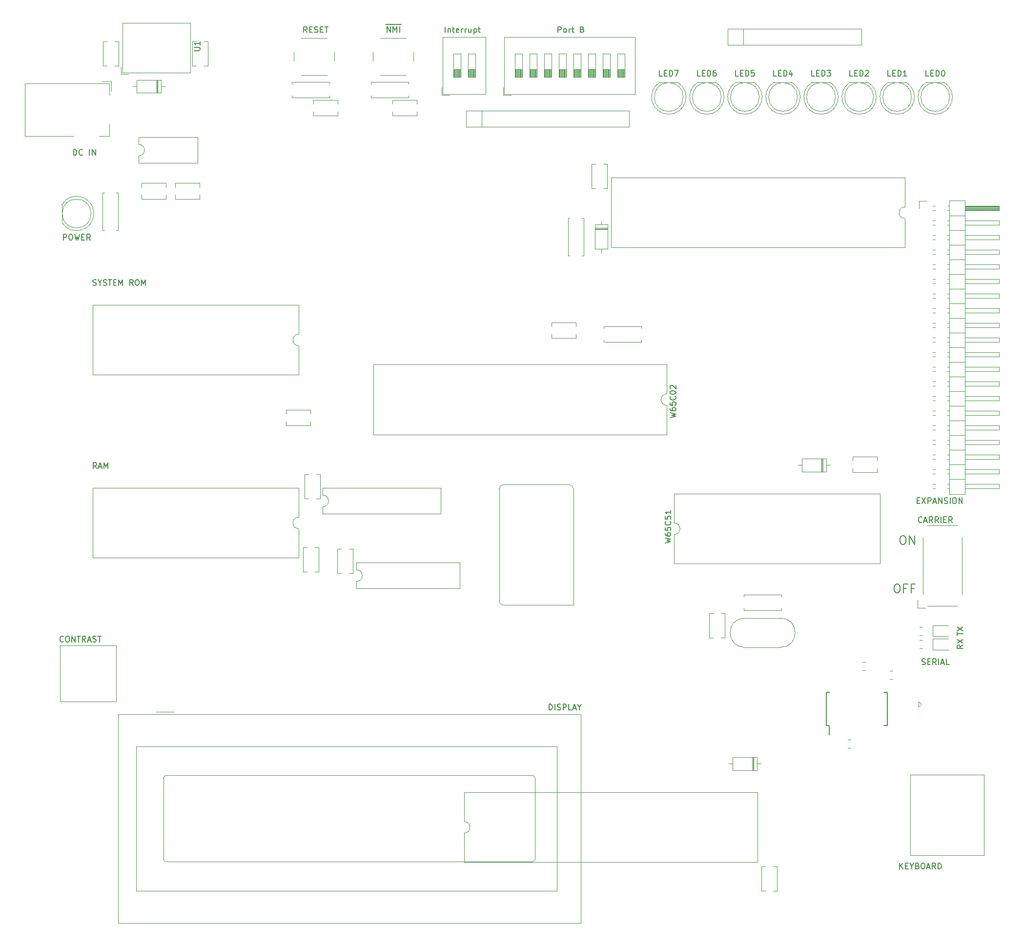
<source format=gbr>
G04 #@! TF.GenerationSoftware,KiCad,Pcbnew,(5.1.4)-1*
G04 #@! TF.CreationDate,2019-10-18T22:13:44+02:00*
G04 #@! TF.ProjectId,Retro PC,52657472-6f20-4504-932e-6b696361645f,1.0*
G04 #@! TF.SameCoordinates,Original*
G04 #@! TF.FileFunction,Legend,Top*
G04 #@! TF.FilePolarity,Positive*
%FSLAX46Y46*%
G04 Gerber Fmt 4.6, Leading zero omitted, Abs format (unit mm)*
G04 Created by KiCad (PCBNEW (5.1.4)-1) date 2019-10-18 22:13:44*
%MOMM*%
%LPD*%
G04 APERTURE LIST*
%ADD10C,0.150000*%
%ADD11C,0.120000*%
G04 APERTURE END LIST*
D10*
X284702428Y-149470571D02*
X284988142Y-149470571D01*
X285131000Y-149542000D01*
X285273857Y-149684857D01*
X285345285Y-149970571D01*
X285345285Y-150470571D01*
X285273857Y-150756285D01*
X285131000Y-150899142D01*
X284988142Y-150970571D01*
X284702428Y-150970571D01*
X284559571Y-150899142D01*
X284416714Y-150756285D01*
X284345285Y-150470571D01*
X284345285Y-149970571D01*
X284416714Y-149684857D01*
X284559571Y-149542000D01*
X284702428Y-149470571D01*
X286488142Y-150184857D02*
X285988142Y-150184857D01*
X285988142Y-150970571D02*
X285988142Y-149470571D01*
X286702428Y-149470571D01*
X287773857Y-150184857D02*
X287273857Y-150184857D01*
X287273857Y-150970571D02*
X287273857Y-149470571D01*
X287988142Y-149470571D01*
X285710428Y-141088571D02*
X285996142Y-141088571D01*
X286139000Y-141160000D01*
X286281857Y-141302857D01*
X286353285Y-141588571D01*
X286353285Y-142088571D01*
X286281857Y-142374285D01*
X286139000Y-142517142D01*
X285996142Y-142588571D01*
X285710428Y-142588571D01*
X285567571Y-142517142D01*
X285424714Y-142374285D01*
X285353285Y-142088571D01*
X285353285Y-141588571D01*
X285424714Y-141302857D01*
X285567571Y-141160000D01*
X285710428Y-141088571D01*
X286996142Y-142588571D02*
X286996142Y-141088571D01*
X287853285Y-142588571D01*
X287853285Y-141088571D01*
D11*
X288415000Y-153592000D02*
X288415000Y-152292000D01*
X289715000Y-153592000D02*
X288415000Y-153592000D01*
X296065000Y-141342000D02*
X296065000Y-151242000D01*
X289365000Y-151242000D02*
X289365000Y-141342000D01*
X295315000Y-153292000D02*
X290115000Y-153292000D01*
X290115000Y-139292000D02*
X295315000Y-139292000D01*
X152861000Y-202676000D02*
X152861000Y-177676000D01*
X225861000Y-202676000D02*
X152861000Y-202676000D01*
X225861000Y-177676000D02*
X225861000Y-202676000D01*
X152861000Y-177676000D02*
X225861000Y-177676000D01*
X158061660Y-182674460D02*
G75*
G03X157561280Y-183174840I0J-500380D01*
G01*
X157561280Y-197175320D02*
G75*
G03X158061660Y-197675700I500380J0D01*
G01*
X221561660Y-197675700D02*
G75*
G03X222062040Y-197175320I0J500380D01*
G01*
X222061000Y-183176000D02*
G75*
G03X221561000Y-182676000I-500000J0D01*
G01*
X222061000Y-183176000D02*
X222061000Y-197176000D01*
X221561660Y-197676000D02*
X158061000Y-197676000D01*
X157561280Y-197175320D02*
X157561280Y-183176000D01*
X158061000Y-182676000D02*
X221561000Y-182676000D01*
X156361000Y-171676000D02*
X159361000Y-171676000D01*
X149731000Y-172036000D02*
X150521000Y-172036000D01*
X149721000Y-172036000D02*
X149721000Y-208316000D01*
X230001000Y-172036000D02*
X150521000Y-172036000D01*
X230001000Y-208316000D02*
X230001000Y-172036000D01*
X149721000Y-208316000D02*
X230001000Y-208316000D01*
X139626000Y-160139000D02*
X149396000Y-160139000D01*
X139626000Y-169909000D02*
X149396000Y-169909000D01*
X139626000Y-160139000D02*
X139626000Y-169909000D01*
X149396000Y-160139000D02*
X149396000Y-169909000D01*
X287135000Y-182562000D02*
X287135000Y-196562000D01*
X299875000Y-182562000D02*
X299875000Y-196562000D01*
X299875000Y-182562000D02*
X287135000Y-182562000D01*
X299875000Y-196562000D02*
X287135000Y-196562000D01*
X289042600Y-170332600D02*
X288542600Y-169832600D01*
X288542600Y-169832600D02*
X288542600Y-170832600D01*
X288542600Y-170832600D02*
X289042600Y-170332600D01*
X148218400Y-62557800D02*
X148218400Y-64657800D01*
X148518400Y-62257800D02*
X146918400Y-62257800D01*
X148518400Y-63957800D02*
X148518400Y-62257800D01*
X148218400Y-71757800D02*
X146418400Y-71757800D01*
X148218400Y-69657800D02*
X148218400Y-71757800D01*
X133518400Y-62557800D02*
X148218400Y-62557800D01*
X133518400Y-71757800D02*
X133518400Y-62557800D01*
X142018400Y-71757800D02*
X133518400Y-71757800D01*
X181035000Y-113172000D02*
X181035000Y-108112000D01*
X145355000Y-113172000D02*
X181035000Y-113172000D01*
X145355000Y-101052000D02*
X145355000Y-113172000D01*
X181035000Y-101052000D02*
X145355000Y-101052000D01*
X181035000Y-106112000D02*
X181035000Y-101052000D01*
X181035000Y-108112000D02*
G75*
G02X181035000Y-106112000I0J1000000D01*
G01*
X181035000Y-144922000D02*
X181035000Y-139862000D01*
X145355000Y-144922000D02*
X181035000Y-144922000D01*
X145355000Y-132802000D02*
X145355000Y-144922000D01*
X181035000Y-132802000D02*
X145355000Y-132802000D01*
X181035000Y-137862000D02*
X181035000Y-132802000D01*
X181035000Y-139862000D02*
G75*
G02X181035000Y-137862000I0J1000000D01*
G01*
X185233000Y-132802000D02*
X185233000Y-134052000D01*
X205673000Y-132802000D02*
X185233000Y-132802000D01*
X205673000Y-137302000D02*
X205673000Y-132802000D01*
X185233000Y-137302000D02*
X205673000Y-137302000D01*
X185233000Y-136052000D02*
X185233000Y-137302000D01*
X185233000Y-134052000D02*
G75*
G02X185233000Y-136052000I0J-1000000D01*
G01*
X288671000Y-82982000D02*
X289941000Y-82982000D01*
X288671000Y-84252000D02*
X288671000Y-82982000D01*
X290983929Y-132892000D02*
X291438071Y-132892000D01*
X290983929Y-132132000D02*
X291438071Y-132132000D01*
X293523929Y-132892000D02*
X293921000Y-132892000D01*
X293523929Y-132132000D02*
X293921000Y-132132000D01*
X302581000Y-132892000D02*
X296581000Y-132892000D01*
X302581000Y-132132000D02*
X302581000Y-132892000D01*
X296581000Y-132132000D02*
X302581000Y-132132000D01*
X293921000Y-131242000D02*
X296581000Y-131242000D01*
X290983929Y-130352000D02*
X291438071Y-130352000D01*
X290983929Y-129592000D02*
X291438071Y-129592000D01*
X293523929Y-130352000D02*
X293921000Y-130352000D01*
X293523929Y-129592000D02*
X293921000Y-129592000D01*
X302581000Y-130352000D02*
X296581000Y-130352000D01*
X302581000Y-129592000D02*
X302581000Y-130352000D01*
X296581000Y-129592000D02*
X302581000Y-129592000D01*
X293921000Y-128702000D02*
X296581000Y-128702000D01*
X290983929Y-127812000D02*
X291438071Y-127812000D01*
X290983929Y-127052000D02*
X291438071Y-127052000D01*
X293523929Y-127812000D02*
X293921000Y-127812000D01*
X293523929Y-127052000D02*
X293921000Y-127052000D01*
X302581000Y-127812000D02*
X296581000Y-127812000D01*
X302581000Y-127052000D02*
X302581000Y-127812000D01*
X296581000Y-127052000D02*
X302581000Y-127052000D01*
X293921000Y-126162000D02*
X296581000Y-126162000D01*
X290983929Y-125272000D02*
X291438071Y-125272000D01*
X290983929Y-124512000D02*
X291438071Y-124512000D01*
X293523929Y-125272000D02*
X293921000Y-125272000D01*
X293523929Y-124512000D02*
X293921000Y-124512000D01*
X302581000Y-125272000D02*
X296581000Y-125272000D01*
X302581000Y-124512000D02*
X302581000Y-125272000D01*
X296581000Y-124512000D02*
X302581000Y-124512000D01*
X293921000Y-123622000D02*
X296581000Y-123622000D01*
X290983929Y-122732000D02*
X291438071Y-122732000D01*
X290983929Y-121972000D02*
X291438071Y-121972000D01*
X293523929Y-122732000D02*
X293921000Y-122732000D01*
X293523929Y-121972000D02*
X293921000Y-121972000D01*
X302581000Y-122732000D02*
X296581000Y-122732000D01*
X302581000Y-121972000D02*
X302581000Y-122732000D01*
X296581000Y-121972000D02*
X302581000Y-121972000D01*
X293921000Y-121082000D02*
X296581000Y-121082000D01*
X290983929Y-120192000D02*
X291438071Y-120192000D01*
X290983929Y-119432000D02*
X291438071Y-119432000D01*
X293523929Y-120192000D02*
X293921000Y-120192000D01*
X293523929Y-119432000D02*
X293921000Y-119432000D01*
X302581000Y-120192000D02*
X296581000Y-120192000D01*
X302581000Y-119432000D02*
X302581000Y-120192000D01*
X296581000Y-119432000D02*
X302581000Y-119432000D01*
X293921000Y-118542000D02*
X296581000Y-118542000D01*
X290983929Y-117652000D02*
X291438071Y-117652000D01*
X290983929Y-116892000D02*
X291438071Y-116892000D01*
X293523929Y-117652000D02*
X293921000Y-117652000D01*
X293523929Y-116892000D02*
X293921000Y-116892000D01*
X302581000Y-117652000D02*
X296581000Y-117652000D01*
X302581000Y-116892000D02*
X302581000Y-117652000D01*
X296581000Y-116892000D02*
X302581000Y-116892000D01*
X293921000Y-116002000D02*
X296581000Y-116002000D01*
X290983929Y-115112000D02*
X291438071Y-115112000D01*
X290983929Y-114352000D02*
X291438071Y-114352000D01*
X293523929Y-115112000D02*
X293921000Y-115112000D01*
X293523929Y-114352000D02*
X293921000Y-114352000D01*
X302581000Y-115112000D02*
X296581000Y-115112000D01*
X302581000Y-114352000D02*
X302581000Y-115112000D01*
X296581000Y-114352000D02*
X302581000Y-114352000D01*
X293921000Y-113462000D02*
X296581000Y-113462000D01*
X290983929Y-112572000D02*
X291438071Y-112572000D01*
X290983929Y-111812000D02*
X291438071Y-111812000D01*
X293523929Y-112572000D02*
X293921000Y-112572000D01*
X293523929Y-111812000D02*
X293921000Y-111812000D01*
X302581000Y-112572000D02*
X296581000Y-112572000D01*
X302581000Y-111812000D02*
X302581000Y-112572000D01*
X296581000Y-111812000D02*
X302581000Y-111812000D01*
X293921000Y-110922000D02*
X296581000Y-110922000D01*
X290983929Y-110032000D02*
X291438071Y-110032000D01*
X290983929Y-109272000D02*
X291438071Y-109272000D01*
X293523929Y-110032000D02*
X293921000Y-110032000D01*
X293523929Y-109272000D02*
X293921000Y-109272000D01*
X302581000Y-110032000D02*
X296581000Y-110032000D01*
X302581000Y-109272000D02*
X302581000Y-110032000D01*
X296581000Y-109272000D02*
X302581000Y-109272000D01*
X293921000Y-108382000D02*
X296581000Y-108382000D01*
X290983929Y-107492000D02*
X291438071Y-107492000D01*
X290983929Y-106732000D02*
X291438071Y-106732000D01*
X293523929Y-107492000D02*
X293921000Y-107492000D01*
X293523929Y-106732000D02*
X293921000Y-106732000D01*
X302581000Y-107492000D02*
X296581000Y-107492000D01*
X302581000Y-106732000D02*
X302581000Y-107492000D01*
X296581000Y-106732000D02*
X302581000Y-106732000D01*
X293921000Y-105842000D02*
X296581000Y-105842000D01*
X290983929Y-104952000D02*
X291438071Y-104952000D01*
X290983929Y-104192000D02*
X291438071Y-104192000D01*
X293523929Y-104952000D02*
X293921000Y-104952000D01*
X293523929Y-104192000D02*
X293921000Y-104192000D01*
X302581000Y-104952000D02*
X296581000Y-104952000D01*
X302581000Y-104192000D02*
X302581000Y-104952000D01*
X296581000Y-104192000D02*
X302581000Y-104192000D01*
X293921000Y-103302000D02*
X296581000Y-103302000D01*
X290983929Y-102412000D02*
X291438071Y-102412000D01*
X290983929Y-101652000D02*
X291438071Y-101652000D01*
X293523929Y-102412000D02*
X293921000Y-102412000D01*
X293523929Y-101652000D02*
X293921000Y-101652000D01*
X302581000Y-102412000D02*
X296581000Y-102412000D01*
X302581000Y-101652000D02*
X302581000Y-102412000D01*
X296581000Y-101652000D02*
X302581000Y-101652000D01*
X293921000Y-100762000D02*
X296581000Y-100762000D01*
X290983929Y-99872000D02*
X291438071Y-99872000D01*
X290983929Y-99112000D02*
X291438071Y-99112000D01*
X293523929Y-99872000D02*
X293921000Y-99872000D01*
X293523929Y-99112000D02*
X293921000Y-99112000D01*
X302581000Y-99872000D02*
X296581000Y-99872000D01*
X302581000Y-99112000D02*
X302581000Y-99872000D01*
X296581000Y-99112000D02*
X302581000Y-99112000D01*
X293921000Y-98222000D02*
X296581000Y-98222000D01*
X290983929Y-97332000D02*
X291438071Y-97332000D01*
X290983929Y-96572000D02*
X291438071Y-96572000D01*
X293523929Y-97332000D02*
X293921000Y-97332000D01*
X293523929Y-96572000D02*
X293921000Y-96572000D01*
X302581000Y-97332000D02*
X296581000Y-97332000D01*
X302581000Y-96572000D02*
X302581000Y-97332000D01*
X296581000Y-96572000D02*
X302581000Y-96572000D01*
X293921000Y-95682000D02*
X296581000Y-95682000D01*
X290983929Y-94792000D02*
X291438071Y-94792000D01*
X290983929Y-94032000D02*
X291438071Y-94032000D01*
X293523929Y-94792000D02*
X293921000Y-94792000D01*
X293523929Y-94032000D02*
X293921000Y-94032000D01*
X302581000Y-94792000D02*
X296581000Y-94792000D01*
X302581000Y-94032000D02*
X302581000Y-94792000D01*
X296581000Y-94032000D02*
X302581000Y-94032000D01*
X293921000Y-93142000D02*
X296581000Y-93142000D01*
X290983929Y-92252000D02*
X291438071Y-92252000D01*
X290983929Y-91492000D02*
X291438071Y-91492000D01*
X293523929Y-92252000D02*
X293921000Y-92252000D01*
X293523929Y-91492000D02*
X293921000Y-91492000D01*
X302581000Y-92252000D02*
X296581000Y-92252000D01*
X302581000Y-91492000D02*
X302581000Y-92252000D01*
X296581000Y-91492000D02*
X302581000Y-91492000D01*
X293921000Y-90602000D02*
X296581000Y-90602000D01*
X290983929Y-89712000D02*
X291438071Y-89712000D01*
X290983929Y-88952000D02*
X291438071Y-88952000D01*
X293523929Y-89712000D02*
X293921000Y-89712000D01*
X293523929Y-88952000D02*
X293921000Y-88952000D01*
X302581000Y-89712000D02*
X296581000Y-89712000D01*
X302581000Y-88952000D02*
X302581000Y-89712000D01*
X296581000Y-88952000D02*
X302581000Y-88952000D01*
X293921000Y-88062000D02*
X296581000Y-88062000D01*
X290983929Y-87172000D02*
X291438071Y-87172000D01*
X290983929Y-86412000D02*
X291438071Y-86412000D01*
X293523929Y-87172000D02*
X293921000Y-87172000D01*
X293523929Y-86412000D02*
X293921000Y-86412000D01*
X302581000Y-87172000D02*
X296581000Y-87172000D01*
X302581000Y-86412000D02*
X302581000Y-87172000D01*
X296581000Y-86412000D02*
X302581000Y-86412000D01*
X293921000Y-85522000D02*
X296581000Y-85522000D01*
X291051000Y-84632000D02*
X291438071Y-84632000D01*
X291051000Y-83872000D02*
X291438071Y-83872000D01*
X293523929Y-84632000D02*
X293921000Y-84632000D01*
X293523929Y-83872000D02*
X293921000Y-83872000D01*
X296581000Y-84532000D02*
X302581000Y-84532000D01*
X296581000Y-84412000D02*
X302581000Y-84412000D01*
X296581000Y-84292000D02*
X302581000Y-84292000D01*
X296581000Y-84172000D02*
X302581000Y-84172000D01*
X296581000Y-84052000D02*
X302581000Y-84052000D01*
X296581000Y-83932000D02*
X302581000Y-83932000D01*
X302581000Y-84632000D02*
X296581000Y-84632000D01*
X302581000Y-83872000D02*
X302581000Y-84632000D01*
X296581000Y-83872000D02*
X302581000Y-83872000D01*
X296581000Y-82922000D02*
X293921000Y-82922000D01*
X296581000Y-133842000D02*
X296581000Y-82922000D01*
X293921000Y-133842000D02*
X296581000Y-133842000D01*
X293921000Y-82922000D02*
X293921000Y-133842000D01*
D10*
X273109400Y-174046800D02*
X273109400Y-175646800D01*
X283184400Y-174046800D02*
X283184400Y-168296800D01*
X272534400Y-174046800D02*
X272534400Y-168296800D01*
X283184400Y-174046800D02*
X282534400Y-174046800D01*
X283184400Y-168296800D02*
X282534400Y-168296800D01*
X272534400Y-168296800D02*
X273184400Y-168296800D01*
X272534400Y-174046800D02*
X273109400Y-174046800D01*
D11*
X276259702Y-177927000D02*
X276776858Y-177927000D01*
X276259702Y-176507000D02*
X276776858Y-176507000D01*
X279379578Y-163042000D02*
X278862422Y-163042000D01*
X279379578Y-164462000D02*
X278862422Y-164462000D01*
X244910000Y-123522500D02*
X244910000Y-118462500D01*
X193990000Y-123522500D02*
X244910000Y-123522500D01*
X193990000Y-111402500D02*
X193990000Y-123522500D01*
X244910000Y-111402500D02*
X193990000Y-111402500D01*
X244910000Y-116462500D02*
X244910000Y-111402500D01*
X244910000Y-118462500D02*
G75*
G02X244910000Y-116462500I0J1000000D01*
G01*
X209744000Y-185634000D02*
X209744000Y-190694000D01*
X260664000Y-185634000D02*
X209744000Y-185634000D01*
X260664000Y-197754000D02*
X260664000Y-185634000D01*
X209744000Y-197754000D02*
X260664000Y-197754000D01*
X209744000Y-192694000D02*
X209744000Y-197754000D01*
X209744000Y-190694000D02*
G75*
G02X209744000Y-192694000I0J-1000000D01*
G01*
X261971000Y-202684000D02*
X261266000Y-202684000D01*
X264006000Y-202684000D02*
X263301000Y-202684000D01*
X261971000Y-198444000D02*
X261266000Y-198444000D01*
X264006000Y-198444000D02*
X263301000Y-198444000D01*
X261266000Y-198444000D02*
X261266000Y-202684000D01*
X264006000Y-198444000D02*
X264006000Y-202684000D01*
X197302700Y-66188000D02*
X197302700Y-65483000D01*
X197302700Y-68223000D02*
X197302700Y-67518000D01*
X201542700Y-66188000D02*
X201542700Y-65483000D01*
X201542700Y-68223000D02*
X201542700Y-67518000D01*
X201542700Y-65483000D02*
X197302700Y-65483000D01*
X201542700Y-68223000D02*
X197302700Y-68223000D01*
X157979600Y-81932500D02*
X157979600Y-82637500D01*
X157979600Y-79897500D02*
X157979600Y-80602500D01*
X153739600Y-81932500D02*
X153739600Y-82637500D01*
X153739600Y-79897500D02*
X153739600Y-80602500D01*
X153739600Y-82637500D02*
X157979600Y-82637500D01*
X153739600Y-79897500D02*
X157979600Y-79897500D01*
X163821600Y-81932500D02*
X163821600Y-82637500D01*
X163821600Y-79897500D02*
X163821600Y-80602500D01*
X159581600Y-81932500D02*
X159581600Y-82637500D01*
X159581600Y-79897500D02*
X159581600Y-80602500D01*
X159581600Y-82637500D02*
X163821600Y-82637500D01*
X159581600Y-79897500D02*
X163821600Y-79897500D01*
X183574000Y-66188000D02*
X183574000Y-65483000D01*
X183574000Y-68223000D02*
X183574000Y-67518000D01*
X187814000Y-66188000D02*
X187814000Y-65483000D01*
X187814000Y-68223000D02*
X187814000Y-67518000D01*
X187814000Y-65483000D02*
X183574000Y-65483000D01*
X187814000Y-68223000D02*
X183574000Y-68223000D01*
X164622000Y-55304000D02*
X165327000Y-55304000D01*
X162587000Y-55304000D02*
X163292000Y-55304000D01*
X164622000Y-59544000D02*
X165327000Y-59544000D01*
X162587000Y-59544000D02*
X163292000Y-59544000D01*
X165327000Y-59544000D02*
X165327000Y-55304000D01*
X162587000Y-59544000D02*
X162587000Y-55304000D01*
X254284000Y-154542000D02*
X254989000Y-154542000D01*
X252249000Y-154542000D02*
X252954000Y-154542000D01*
X254284000Y-158782000D02*
X254989000Y-158782000D01*
X252249000Y-158782000D02*
X252954000Y-158782000D01*
X254989000Y-158782000D02*
X254989000Y-154542000D01*
X252249000Y-158782000D02*
X252249000Y-154542000D01*
X232557800Y-80764000D02*
X231852800Y-80764000D01*
X234592800Y-80764000D02*
X233887800Y-80764000D01*
X232557800Y-76524000D02*
X231852800Y-76524000D01*
X234592800Y-76524000D02*
X233887800Y-76524000D01*
X231852800Y-76524000D02*
X231852800Y-80764000D01*
X234592800Y-76524000D02*
X234592800Y-80764000D01*
X277173000Y-128037000D02*
X277173000Y-127332000D01*
X277173000Y-130072000D02*
X277173000Y-129367000D01*
X281413000Y-128037000D02*
X281413000Y-127332000D01*
X281413000Y-130072000D02*
X281413000Y-129367000D01*
X281413000Y-127332000D02*
X277173000Y-127332000D01*
X281413000Y-130072000D02*
X277173000Y-130072000D01*
X183824400Y-143112000D02*
X184529400Y-143112000D01*
X181789400Y-143112000D02*
X182494400Y-143112000D01*
X183824400Y-147352000D02*
X184529400Y-147352000D01*
X181789400Y-147352000D02*
X182494400Y-147352000D01*
X184529400Y-147352000D02*
X184529400Y-143112000D01*
X181789400Y-147352000D02*
X181789400Y-143112000D01*
X183075000Y-121239000D02*
X183075000Y-121944000D01*
X183075000Y-119204000D02*
X183075000Y-119909000D01*
X178835000Y-121239000D02*
X178835000Y-121944000D01*
X178835000Y-119204000D02*
X178835000Y-119909000D01*
X178835000Y-121944000D02*
X183075000Y-121944000D01*
X178835000Y-119204000D02*
X183075000Y-119204000D01*
X182748400Y-134612000D02*
X182043400Y-134612000D01*
X184783400Y-134612000D02*
X184078400Y-134612000D01*
X182748400Y-130372000D02*
X182043400Y-130372000D01*
X184783400Y-130372000D02*
X184078400Y-130372000D01*
X182043400Y-130372000D02*
X182043400Y-134612000D01*
X184783400Y-130372000D02*
X184783400Y-134612000D01*
X229176000Y-106126000D02*
X229176000Y-106831000D01*
X229176000Y-104091000D02*
X229176000Y-104796000D01*
X224936000Y-106126000D02*
X224936000Y-106831000D01*
X224936000Y-104091000D02*
X224936000Y-104796000D01*
X224936000Y-106831000D02*
X229176000Y-106831000D01*
X224936000Y-104091000D02*
X229176000Y-104091000D01*
X188438000Y-147566000D02*
X187733000Y-147566000D01*
X190473000Y-147566000D02*
X189768000Y-147566000D01*
X188438000Y-143326000D02*
X187733000Y-143326000D01*
X190473000Y-143326000D02*
X189768000Y-143326000D01*
X187733000Y-143326000D02*
X187733000Y-147566000D01*
X190473000Y-143326000D02*
X190473000Y-147566000D01*
X200910000Y-58684000D02*
X200910000Y-57184000D01*
X199660000Y-54684000D02*
X195160000Y-54684000D01*
X193910000Y-57184000D02*
X193910000Y-58684000D01*
X195160000Y-61184000D02*
X199660000Y-61184000D01*
X200120000Y-65048000D02*
X200120000Y-64718000D01*
X193580000Y-65048000D02*
X200120000Y-65048000D01*
X193580000Y-64718000D02*
X193580000Y-65048000D01*
X200120000Y-62308000D02*
X200120000Y-62638000D01*
X193580000Y-62308000D02*
X200120000Y-62308000D01*
X193580000Y-62638000D02*
X193580000Y-62308000D01*
X146991400Y-88080800D02*
X147321400Y-88080800D01*
X146991400Y-81540800D02*
X146991400Y-88080800D01*
X147321400Y-81540800D02*
X146991400Y-81540800D01*
X149731400Y-88080800D02*
X149401400Y-88080800D01*
X149731400Y-81540800D02*
X149731400Y-88080800D01*
X149401400Y-81540800D02*
X149731400Y-81540800D01*
X139959400Y-83621400D02*
X139959400Y-86711400D01*
X145019400Y-85166400D02*
G75*
G03X145019400Y-85166400I-2500000J0D01*
G01*
X145509400Y-85165938D02*
G75*
G02X139959400Y-86711230I-2990000J-462D01*
G01*
X145509400Y-85166862D02*
G75*
G03X139959400Y-83621570I-2990000J462D01*
G01*
X191075000Y-145756000D02*
X191075000Y-147006000D01*
X208975000Y-145756000D02*
X191075000Y-145756000D01*
X208975000Y-150256000D02*
X208975000Y-145756000D01*
X191075000Y-150256000D02*
X208975000Y-150256000D01*
X191075000Y-149006000D02*
X191075000Y-150256000D01*
X191075000Y-147006000D02*
G75*
G02X191075000Y-149006000I0J-1000000D01*
G01*
X286191000Y-91074000D02*
X286191000Y-86014000D01*
X235271000Y-91074000D02*
X286191000Y-91074000D01*
X235271000Y-78954000D02*
X235271000Y-91074000D01*
X286191000Y-78954000D02*
X235271000Y-78954000D01*
X286191000Y-84014000D02*
X286191000Y-78954000D01*
X286191000Y-86014000D02*
G75*
G02X286191000Y-84014000I0J1000000D01*
G01*
X246193000Y-133818000D02*
X246193000Y-138878000D01*
X281873000Y-133818000D02*
X246193000Y-133818000D01*
X281873000Y-145938000D02*
X281873000Y-133818000D01*
X246193000Y-145938000D02*
X281873000Y-145938000D01*
X246193000Y-140878000D02*
X246193000Y-145938000D01*
X246193000Y-138878000D02*
G75*
G02X246193000Y-140878000I0J-1000000D01*
G01*
X258223000Y-151302220D02*
X258223000Y-151632220D01*
X264763000Y-151302220D02*
X258223000Y-151302220D01*
X264763000Y-151632220D02*
X264763000Y-151302220D01*
X258223000Y-154042220D02*
X258223000Y-153712220D01*
X264763000Y-154042220D02*
X258223000Y-154042220D01*
X264763000Y-153712220D02*
X264763000Y-154042220D01*
X264645000Y-160437000D02*
G75*
G03X264645000Y-155387000I0J2525000D01*
G01*
X258395000Y-160437000D02*
G75*
G02X258395000Y-155387000I0J2525000D01*
G01*
X258395000Y-160437000D02*
X264645000Y-160437000D01*
X258395000Y-155387000D02*
X264645000Y-155387000D01*
X212798000Y-67358000D02*
X212798000Y-70158000D01*
X238368000Y-67358000D02*
X210088000Y-67358000D01*
X238368000Y-70158000D02*
X238368000Y-67358000D01*
X210088000Y-70158000D02*
X238368000Y-70158000D01*
X210088000Y-67358000D02*
X210088000Y-70158000D01*
X259990000Y-62388000D02*
X256900000Y-62388000D01*
X260945000Y-64948000D02*
G75*
G03X260945000Y-64948000I-2500000J0D01*
G01*
X258445462Y-67938000D02*
G75*
G02X256900170Y-62388000I-462J2990000D01*
G01*
X258444538Y-67938000D02*
G75*
G03X259989830Y-62388000I462J2990000D01*
G01*
X246782000Y-62388000D02*
X243692000Y-62388000D01*
X247737000Y-64948000D02*
G75*
G03X247737000Y-64948000I-2500000J0D01*
G01*
X245237462Y-67938000D02*
G75*
G02X243692170Y-62388000I-462J2990000D01*
G01*
X245236538Y-67938000D02*
G75*
G03X246781830Y-62388000I462J2990000D01*
G01*
X286406000Y-62388000D02*
X283316000Y-62388000D01*
X287361000Y-64948000D02*
G75*
G03X287361000Y-64948000I-2500000J0D01*
G01*
X284861462Y-67938000D02*
G75*
G02X283316170Y-62388000I-462J2990000D01*
G01*
X284860538Y-67938000D02*
G75*
G03X286405830Y-62388000I462J2990000D01*
G01*
X279802000Y-62388000D02*
X276712000Y-62388000D01*
X280757000Y-64948000D02*
G75*
G03X280757000Y-64948000I-2500000J0D01*
G01*
X278257462Y-67938000D02*
G75*
G02X276712170Y-62388000I-462J2990000D01*
G01*
X278256538Y-67938000D02*
G75*
G03X279801830Y-62388000I462J2990000D01*
G01*
X273198000Y-62388000D02*
X270108000Y-62388000D01*
X274153000Y-64948000D02*
G75*
G03X274153000Y-64948000I-2500000J0D01*
G01*
X271653462Y-67938000D02*
G75*
G02X270108170Y-62388000I-462J2990000D01*
G01*
X271652538Y-67938000D02*
G75*
G03X273197830Y-62388000I462J2990000D01*
G01*
X253386000Y-62388000D02*
X250296000Y-62388000D01*
X254341000Y-64948000D02*
G75*
G03X254341000Y-64948000I-2500000J0D01*
G01*
X251841462Y-67938000D02*
G75*
G02X250296170Y-62388000I-462J2990000D01*
G01*
X251840538Y-67938000D02*
G75*
G03X253385830Y-62388000I462J2990000D01*
G01*
X266594000Y-62388000D02*
X263504000Y-62388000D01*
X267549000Y-64948000D02*
G75*
G03X267549000Y-64948000I-2500000J0D01*
G01*
X265049462Y-67938000D02*
G75*
G02X263504170Y-62388000I-462J2990000D01*
G01*
X265048538Y-67938000D02*
G75*
G03X266593830Y-62388000I462J2990000D01*
G01*
X293010000Y-62388000D02*
X289920000Y-62388000D01*
X293965000Y-64948000D02*
G75*
G03X293965000Y-64948000I-2500000J0D01*
G01*
X291465462Y-67938000D02*
G75*
G02X289920170Y-62388000I-462J2990000D01*
G01*
X291464538Y-67938000D02*
G75*
G03X293009830Y-62388000I462J2990000D01*
G01*
X236296000Y-60150667D02*
X237566000Y-60150667D01*
X237496000Y-61504000D02*
X237496000Y-60150667D01*
X237376000Y-61504000D02*
X237376000Y-60150667D01*
X237256000Y-61504000D02*
X237256000Y-60150667D01*
X237136000Y-61504000D02*
X237136000Y-60150667D01*
X237016000Y-61504000D02*
X237016000Y-60150667D01*
X236896000Y-61504000D02*
X236896000Y-60150667D01*
X236776000Y-61504000D02*
X236776000Y-60150667D01*
X236656000Y-61504000D02*
X236656000Y-60150667D01*
X236536000Y-61504000D02*
X236536000Y-60150667D01*
X236416000Y-61504000D02*
X236416000Y-60150667D01*
X236296000Y-57444000D02*
X236296000Y-61504000D01*
X237566000Y-57444000D02*
X236296000Y-57444000D01*
X237566000Y-61504000D02*
X237566000Y-57444000D01*
X236296000Y-61504000D02*
X237566000Y-61504000D01*
X233756000Y-60150667D02*
X235026000Y-60150667D01*
X234956000Y-61504000D02*
X234956000Y-60150667D01*
X234836000Y-61504000D02*
X234836000Y-60150667D01*
X234716000Y-61504000D02*
X234716000Y-60150667D01*
X234596000Y-61504000D02*
X234596000Y-60150667D01*
X234476000Y-61504000D02*
X234476000Y-60150667D01*
X234356000Y-61504000D02*
X234356000Y-60150667D01*
X234236000Y-61504000D02*
X234236000Y-60150667D01*
X234116000Y-61504000D02*
X234116000Y-60150667D01*
X233996000Y-61504000D02*
X233996000Y-60150667D01*
X233876000Y-61504000D02*
X233876000Y-60150667D01*
X233756000Y-57444000D02*
X233756000Y-61504000D01*
X235026000Y-57444000D02*
X233756000Y-57444000D01*
X235026000Y-61504000D02*
X235026000Y-57444000D01*
X233756000Y-61504000D02*
X235026000Y-61504000D01*
X231216000Y-60150667D02*
X232486000Y-60150667D01*
X232416000Y-61504000D02*
X232416000Y-60150667D01*
X232296000Y-61504000D02*
X232296000Y-60150667D01*
X232176000Y-61504000D02*
X232176000Y-60150667D01*
X232056000Y-61504000D02*
X232056000Y-60150667D01*
X231936000Y-61504000D02*
X231936000Y-60150667D01*
X231816000Y-61504000D02*
X231816000Y-60150667D01*
X231696000Y-61504000D02*
X231696000Y-60150667D01*
X231576000Y-61504000D02*
X231576000Y-60150667D01*
X231456000Y-61504000D02*
X231456000Y-60150667D01*
X231336000Y-61504000D02*
X231336000Y-60150667D01*
X231216000Y-57444000D02*
X231216000Y-61504000D01*
X232486000Y-57444000D02*
X231216000Y-57444000D01*
X232486000Y-61504000D02*
X232486000Y-57444000D01*
X231216000Y-61504000D02*
X232486000Y-61504000D01*
X228676000Y-60150667D02*
X229946000Y-60150667D01*
X229876000Y-61504000D02*
X229876000Y-60150667D01*
X229756000Y-61504000D02*
X229756000Y-60150667D01*
X229636000Y-61504000D02*
X229636000Y-60150667D01*
X229516000Y-61504000D02*
X229516000Y-60150667D01*
X229396000Y-61504000D02*
X229396000Y-60150667D01*
X229276000Y-61504000D02*
X229276000Y-60150667D01*
X229156000Y-61504000D02*
X229156000Y-60150667D01*
X229036000Y-61504000D02*
X229036000Y-60150667D01*
X228916000Y-61504000D02*
X228916000Y-60150667D01*
X228796000Y-61504000D02*
X228796000Y-60150667D01*
X228676000Y-57444000D02*
X228676000Y-61504000D01*
X229946000Y-57444000D02*
X228676000Y-57444000D01*
X229946000Y-61504000D02*
X229946000Y-57444000D01*
X228676000Y-61504000D02*
X229946000Y-61504000D01*
X226136000Y-60150667D02*
X227406000Y-60150667D01*
X227336000Y-61504000D02*
X227336000Y-60150667D01*
X227216000Y-61504000D02*
X227216000Y-60150667D01*
X227096000Y-61504000D02*
X227096000Y-60150667D01*
X226976000Y-61504000D02*
X226976000Y-60150667D01*
X226856000Y-61504000D02*
X226856000Y-60150667D01*
X226736000Y-61504000D02*
X226736000Y-60150667D01*
X226616000Y-61504000D02*
X226616000Y-60150667D01*
X226496000Y-61504000D02*
X226496000Y-60150667D01*
X226376000Y-61504000D02*
X226376000Y-60150667D01*
X226256000Y-61504000D02*
X226256000Y-60150667D01*
X226136000Y-57444000D02*
X226136000Y-61504000D01*
X227406000Y-57444000D02*
X226136000Y-57444000D01*
X227406000Y-61504000D02*
X227406000Y-57444000D01*
X226136000Y-61504000D02*
X227406000Y-61504000D01*
X223596000Y-60150667D02*
X224866000Y-60150667D01*
X224796000Y-61504000D02*
X224796000Y-60150667D01*
X224676000Y-61504000D02*
X224676000Y-60150667D01*
X224556000Y-61504000D02*
X224556000Y-60150667D01*
X224436000Y-61504000D02*
X224436000Y-60150667D01*
X224316000Y-61504000D02*
X224316000Y-60150667D01*
X224196000Y-61504000D02*
X224196000Y-60150667D01*
X224076000Y-61504000D02*
X224076000Y-60150667D01*
X223956000Y-61504000D02*
X223956000Y-60150667D01*
X223836000Y-61504000D02*
X223836000Y-60150667D01*
X223716000Y-61504000D02*
X223716000Y-60150667D01*
X223596000Y-57444000D02*
X223596000Y-61504000D01*
X224866000Y-57444000D02*
X223596000Y-57444000D01*
X224866000Y-61504000D02*
X224866000Y-57444000D01*
X223596000Y-61504000D02*
X224866000Y-61504000D01*
X221056000Y-60150667D02*
X222326000Y-60150667D01*
X222256000Y-61504000D02*
X222256000Y-60150667D01*
X222136000Y-61504000D02*
X222136000Y-60150667D01*
X222016000Y-61504000D02*
X222016000Y-60150667D01*
X221896000Y-61504000D02*
X221896000Y-60150667D01*
X221776000Y-61504000D02*
X221776000Y-60150667D01*
X221656000Y-61504000D02*
X221656000Y-60150667D01*
X221536000Y-61504000D02*
X221536000Y-60150667D01*
X221416000Y-61504000D02*
X221416000Y-60150667D01*
X221296000Y-61504000D02*
X221296000Y-60150667D01*
X221176000Y-61504000D02*
X221176000Y-60150667D01*
X221056000Y-57444000D02*
X221056000Y-61504000D01*
X222326000Y-57444000D02*
X221056000Y-57444000D01*
X222326000Y-61504000D02*
X222326000Y-57444000D01*
X221056000Y-61504000D02*
X222326000Y-61504000D01*
X218516000Y-60150667D02*
X219786000Y-60150667D01*
X219716000Y-61504000D02*
X219716000Y-60150667D01*
X219596000Y-61504000D02*
X219596000Y-60150667D01*
X219476000Y-61504000D02*
X219476000Y-60150667D01*
X219356000Y-61504000D02*
X219356000Y-60150667D01*
X219236000Y-61504000D02*
X219236000Y-60150667D01*
X219116000Y-61504000D02*
X219116000Y-60150667D01*
X218996000Y-61504000D02*
X218996000Y-60150667D01*
X218876000Y-61504000D02*
X218876000Y-60150667D01*
X218756000Y-61504000D02*
X218756000Y-60150667D01*
X218636000Y-61504000D02*
X218636000Y-60150667D01*
X218516000Y-57444000D02*
X218516000Y-61504000D01*
X219786000Y-57444000D02*
X218516000Y-57444000D01*
X219786000Y-61504000D02*
X219786000Y-57444000D01*
X218516000Y-61504000D02*
X219786000Y-61504000D01*
X216491000Y-64664000D02*
X217874000Y-64664000D01*
X216491000Y-64664000D02*
X216491000Y-63280000D01*
X216731000Y-54524000D02*
X239352000Y-54524000D01*
X216731000Y-64424000D02*
X239352000Y-64424000D01*
X239352000Y-64424000D02*
X239352000Y-54524000D01*
X216731000Y-64424000D02*
X216731000Y-54524000D01*
X215800000Y-152372000D02*
G75*
G03X216550000Y-153122000I750000J0D01*
G01*
X216550000Y-132222000D02*
G75*
G03X215800000Y-132972000I0J-750000D01*
G01*
X228700000Y-132972000D02*
G75*
G03X227950000Y-132222000I-750000J0D01*
G01*
X228700000Y-153122000D02*
X228700000Y-132972000D01*
X227950000Y-132222000D02*
X216550000Y-132222000D01*
X215800000Y-132972000D02*
X215800000Y-152372000D01*
X216550000Y-153122000D02*
X228700000Y-153122000D01*
X187194000Y-58684000D02*
X187194000Y-57184000D01*
X185944000Y-54684000D02*
X181444000Y-54684000D01*
X180194000Y-57184000D02*
X180194000Y-58684000D01*
X181444000Y-61184000D02*
X185944000Y-61184000D01*
X156587000Y-64239000D02*
X156587000Y-61999000D01*
X156347000Y-64239000D02*
X156347000Y-61999000D01*
X156467000Y-64239000D02*
X156467000Y-61999000D01*
X152297000Y-63119000D02*
X152947000Y-63119000D01*
X157837000Y-63119000D02*
X157187000Y-63119000D01*
X152947000Y-64239000D02*
X157187000Y-64239000D01*
X152947000Y-61999000D02*
X152947000Y-64239000D01*
X157187000Y-61999000D02*
X152947000Y-61999000D01*
X157187000Y-64239000D02*
X157187000Y-61999000D01*
X150249500Y-60948600D02*
X151489500Y-60948600D01*
X150249500Y-59708600D02*
X150249500Y-60948600D01*
X162210500Y-52088600D02*
X162210500Y-60708600D01*
X150489500Y-52088600D02*
X150489500Y-60708600D01*
X150489500Y-60708600D02*
X162210500Y-60708600D01*
X150489500Y-52088600D02*
X162210500Y-52088600D01*
X210388000Y-60150667D02*
X211658000Y-60150667D01*
X211588000Y-61504000D02*
X211588000Y-60150667D01*
X211468000Y-61504000D02*
X211468000Y-60150667D01*
X211348000Y-61504000D02*
X211348000Y-60150667D01*
X211228000Y-61504000D02*
X211228000Y-60150667D01*
X211108000Y-61504000D02*
X211108000Y-60150667D01*
X210988000Y-61504000D02*
X210988000Y-60150667D01*
X210868000Y-61504000D02*
X210868000Y-60150667D01*
X210748000Y-61504000D02*
X210748000Y-60150667D01*
X210628000Y-61504000D02*
X210628000Y-60150667D01*
X210508000Y-61504000D02*
X210508000Y-60150667D01*
X210388000Y-57444000D02*
X210388000Y-61504000D01*
X211658000Y-57444000D02*
X210388000Y-57444000D01*
X211658000Y-61504000D02*
X211658000Y-57444000D01*
X210388000Y-61504000D02*
X211658000Y-61504000D01*
X207848000Y-60150667D02*
X209118000Y-60150667D01*
X209048000Y-61504000D02*
X209048000Y-60150667D01*
X208928000Y-61504000D02*
X208928000Y-60150667D01*
X208808000Y-61504000D02*
X208808000Y-60150667D01*
X208688000Y-61504000D02*
X208688000Y-60150667D01*
X208568000Y-61504000D02*
X208568000Y-60150667D01*
X208448000Y-61504000D02*
X208448000Y-60150667D01*
X208328000Y-61504000D02*
X208328000Y-60150667D01*
X208208000Y-61504000D02*
X208208000Y-60150667D01*
X208088000Y-61504000D02*
X208088000Y-60150667D01*
X207968000Y-61504000D02*
X207968000Y-60150667D01*
X207848000Y-57444000D02*
X207848000Y-61504000D01*
X209118000Y-57444000D02*
X207848000Y-57444000D01*
X209118000Y-61504000D02*
X209118000Y-57444000D01*
X207848000Y-61504000D02*
X209118000Y-61504000D01*
X205823000Y-64664000D02*
X207206000Y-64664000D01*
X205823000Y-64664000D02*
X205823000Y-63280000D01*
X206063000Y-54524000D02*
X213443000Y-54524000D01*
X206063000Y-64424000D02*
X213443000Y-64424000D01*
X213443000Y-64424000D02*
X213443000Y-54524000D01*
X206063000Y-64424000D02*
X206063000Y-54524000D01*
X258191000Y-53134000D02*
X258191000Y-55934000D01*
X278681000Y-53134000D02*
X255481000Y-53134000D01*
X278681000Y-55934000D02*
X278681000Y-53134000D01*
X255481000Y-55934000D02*
X278681000Y-55934000D01*
X255481000Y-53134000D02*
X255481000Y-55934000D01*
X230478000Y-85935000D02*
X230148000Y-85935000D01*
X230478000Y-92475000D02*
X230478000Y-85935000D01*
X230148000Y-92475000D02*
X230478000Y-92475000D01*
X227738000Y-85935000D02*
X228068000Y-85935000D01*
X227738000Y-92475000D02*
X227738000Y-85935000D01*
X228068000Y-92475000D02*
X227738000Y-92475000D01*
X186404000Y-65048000D02*
X186404000Y-64718000D01*
X179864000Y-65048000D02*
X186404000Y-65048000D01*
X179864000Y-64718000D02*
X179864000Y-65048000D01*
X186404000Y-62308000D02*
X186404000Y-62638000D01*
X179864000Y-62308000D02*
X186404000Y-62308000D01*
X179864000Y-62638000D02*
X179864000Y-62308000D01*
X289248578Y-159196000D02*
X288731422Y-159196000D01*
X289248578Y-160616000D02*
X288731422Y-160616000D01*
X240506000Y-107466000D02*
X240506000Y-107136000D01*
X233966000Y-107466000D02*
X240506000Y-107466000D01*
X233966000Y-107136000D02*
X233966000Y-107466000D01*
X240506000Y-104726000D02*
X240506000Y-105056000D01*
X233966000Y-104726000D02*
X240506000Y-104726000D01*
X233966000Y-105056000D02*
X233966000Y-104726000D01*
X289230578Y-156891000D02*
X288713422Y-156891000D01*
X289230578Y-158311000D02*
X288713422Y-158311000D01*
X153279600Y-71905500D02*
X153279600Y-73155500D01*
X163559600Y-71905500D02*
X153279600Y-71905500D01*
X163559600Y-76405500D02*
X163559600Y-71905500D01*
X153279600Y-76405500D02*
X163559600Y-76405500D01*
X153279600Y-75155500D02*
X153279600Y-76405500D01*
X153279600Y-73155500D02*
G75*
G02X153279600Y-75155500I0J-1000000D01*
G01*
X271966500Y-129949000D02*
X271966500Y-127709000D01*
X271726500Y-129949000D02*
X271726500Y-127709000D01*
X271846500Y-129949000D02*
X271846500Y-127709000D01*
X267676500Y-128829000D02*
X268326500Y-128829000D01*
X273216500Y-128829000D02*
X272566500Y-128829000D01*
X268326500Y-129949000D02*
X272566500Y-129949000D01*
X268326500Y-127709000D02*
X268326500Y-129949000D01*
X272566500Y-127709000D02*
X268326500Y-127709000D01*
X272566500Y-129949000D02*
X272566500Y-127709000D01*
X234673000Y-87685000D02*
X232433000Y-87685000D01*
X234673000Y-87925000D02*
X232433000Y-87925000D01*
X234673000Y-87805000D02*
X232433000Y-87805000D01*
X233553000Y-91975000D02*
X233553000Y-91325000D01*
X233553000Y-86435000D02*
X233553000Y-87085000D01*
X234673000Y-91325000D02*
X234673000Y-87085000D01*
X232433000Y-91325000D02*
X234673000Y-91325000D01*
X232433000Y-87085000D02*
X232433000Y-91325000D01*
X234673000Y-87085000D02*
X232433000Y-87085000D01*
X291066500Y-160866000D02*
X293751500Y-160866000D01*
X291066500Y-158946000D02*
X291066500Y-160866000D01*
X293751500Y-158946000D02*
X291066500Y-158946000D01*
X291048500Y-158561000D02*
X293733500Y-158561000D01*
X291048500Y-156641000D02*
X291048500Y-158561000D01*
X293733500Y-156641000D02*
X291048500Y-156641000D01*
X149128000Y-55304000D02*
X149833000Y-55304000D01*
X147093000Y-55304000D02*
X147798000Y-55304000D01*
X149128000Y-59544000D02*
X149833000Y-59544000D01*
X147093000Y-59544000D02*
X147798000Y-59544000D01*
X149833000Y-59544000D02*
X149833000Y-55304000D01*
X147093000Y-59544000D02*
X147093000Y-55304000D01*
X284103578Y-164568000D02*
X283586422Y-164568000D01*
X284103578Y-165988000D02*
X283586422Y-165988000D01*
X259965000Y-181765000D02*
X259965000Y-179525000D01*
X259725000Y-181765000D02*
X259725000Y-179525000D01*
X259845000Y-181765000D02*
X259845000Y-179525000D01*
X255675000Y-180645000D02*
X256325000Y-180645000D01*
X261215000Y-180645000D02*
X260565000Y-180645000D01*
X256325000Y-181765000D02*
X260565000Y-181765000D01*
X256325000Y-179525000D02*
X256325000Y-181765000D01*
X260565000Y-179525000D02*
X256325000Y-179525000D01*
X260565000Y-181765000D02*
X260565000Y-179525000D01*
D10*
X289155476Y-138711142D02*
X289107857Y-138758761D01*
X288965000Y-138806380D01*
X288869761Y-138806380D01*
X288726904Y-138758761D01*
X288631666Y-138663523D01*
X288584047Y-138568285D01*
X288536428Y-138377809D01*
X288536428Y-138234952D01*
X288584047Y-138044476D01*
X288631666Y-137949238D01*
X288726904Y-137854000D01*
X288869761Y-137806380D01*
X288965000Y-137806380D01*
X289107857Y-137854000D01*
X289155476Y-137901619D01*
X289536428Y-138520666D02*
X290012619Y-138520666D01*
X289441190Y-138806380D02*
X289774523Y-137806380D01*
X290107857Y-138806380D01*
X291012619Y-138806380D02*
X290679285Y-138330190D01*
X290441190Y-138806380D02*
X290441190Y-137806380D01*
X290822142Y-137806380D01*
X290917380Y-137854000D01*
X290965000Y-137901619D01*
X291012619Y-137996857D01*
X291012619Y-138139714D01*
X290965000Y-138234952D01*
X290917380Y-138282571D01*
X290822142Y-138330190D01*
X290441190Y-138330190D01*
X292012619Y-138806380D02*
X291679285Y-138330190D01*
X291441190Y-138806380D02*
X291441190Y-137806380D01*
X291822142Y-137806380D01*
X291917380Y-137854000D01*
X291965000Y-137901619D01*
X292012619Y-137996857D01*
X292012619Y-138139714D01*
X291965000Y-138234952D01*
X291917380Y-138282571D01*
X291822142Y-138330190D01*
X291441190Y-138330190D01*
X292441190Y-138806380D02*
X292441190Y-137806380D01*
X292917380Y-138282571D02*
X293250714Y-138282571D01*
X293393571Y-138806380D02*
X292917380Y-138806380D01*
X292917380Y-137806380D01*
X293393571Y-137806380D01*
X294393571Y-138806380D02*
X294060238Y-138330190D01*
X293822142Y-138806380D02*
X293822142Y-137806380D01*
X294203095Y-137806380D01*
X294298333Y-137854000D01*
X294345952Y-137901619D01*
X294393571Y-137996857D01*
X294393571Y-138139714D01*
X294345952Y-138234952D01*
X294298333Y-138282571D01*
X294203095Y-138330190D01*
X293822142Y-138330190D01*
X224464904Y-171318380D02*
X224464904Y-170318380D01*
X224703000Y-170318380D01*
X224845857Y-170366000D01*
X224941095Y-170461238D01*
X224988714Y-170556476D01*
X225036333Y-170746952D01*
X225036333Y-170889809D01*
X224988714Y-171080285D01*
X224941095Y-171175523D01*
X224845857Y-171270761D01*
X224703000Y-171318380D01*
X224464904Y-171318380D01*
X225464904Y-171318380D02*
X225464904Y-170318380D01*
X225893476Y-171270761D02*
X226036333Y-171318380D01*
X226274428Y-171318380D01*
X226369666Y-171270761D01*
X226417285Y-171223142D01*
X226464904Y-171127904D01*
X226464904Y-171032666D01*
X226417285Y-170937428D01*
X226369666Y-170889809D01*
X226274428Y-170842190D01*
X226083952Y-170794571D01*
X225988714Y-170746952D01*
X225941095Y-170699333D01*
X225893476Y-170604095D01*
X225893476Y-170508857D01*
X225941095Y-170413619D01*
X225988714Y-170366000D01*
X226083952Y-170318380D01*
X226322047Y-170318380D01*
X226464904Y-170366000D01*
X226893476Y-171318380D02*
X226893476Y-170318380D01*
X227274428Y-170318380D01*
X227369666Y-170366000D01*
X227417285Y-170413619D01*
X227464904Y-170508857D01*
X227464904Y-170651714D01*
X227417285Y-170746952D01*
X227369666Y-170794571D01*
X227274428Y-170842190D01*
X226893476Y-170842190D01*
X228369666Y-171318380D02*
X227893476Y-171318380D01*
X227893476Y-170318380D01*
X228655380Y-171032666D02*
X229131571Y-171032666D01*
X228560142Y-171318380D02*
X228893476Y-170318380D01*
X229226809Y-171318380D01*
X229750619Y-170842190D02*
X229750619Y-171318380D01*
X229417285Y-170318380D02*
X229750619Y-170842190D01*
X230083952Y-170318380D01*
X140224238Y-159412142D02*
X140176619Y-159459761D01*
X140033761Y-159507380D01*
X139938523Y-159507380D01*
X139795666Y-159459761D01*
X139700428Y-159364523D01*
X139652809Y-159269285D01*
X139605190Y-159078809D01*
X139605190Y-158935952D01*
X139652809Y-158745476D01*
X139700428Y-158650238D01*
X139795666Y-158555000D01*
X139938523Y-158507380D01*
X140033761Y-158507380D01*
X140176619Y-158555000D01*
X140224238Y-158602619D01*
X140843285Y-158507380D02*
X141033761Y-158507380D01*
X141129000Y-158555000D01*
X141224238Y-158650238D01*
X141271857Y-158840714D01*
X141271857Y-159174047D01*
X141224238Y-159364523D01*
X141129000Y-159459761D01*
X141033761Y-159507380D01*
X140843285Y-159507380D01*
X140748047Y-159459761D01*
X140652809Y-159364523D01*
X140605190Y-159174047D01*
X140605190Y-158840714D01*
X140652809Y-158650238D01*
X140748047Y-158555000D01*
X140843285Y-158507380D01*
X141700428Y-159507380D02*
X141700428Y-158507380D01*
X142271857Y-159507380D01*
X142271857Y-158507380D01*
X142605190Y-158507380D02*
X143176619Y-158507380D01*
X142890904Y-159507380D02*
X142890904Y-158507380D01*
X144081380Y-159507380D02*
X143748047Y-159031190D01*
X143509952Y-159507380D02*
X143509952Y-158507380D01*
X143890904Y-158507380D01*
X143986142Y-158555000D01*
X144033761Y-158602619D01*
X144081380Y-158697857D01*
X144081380Y-158840714D01*
X144033761Y-158935952D01*
X143986142Y-158983571D01*
X143890904Y-159031190D01*
X143509952Y-159031190D01*
X144462333Y-159221666D02*
X144938523Y-159221666D01*
X144367095Y-159507380D02*
X144700428Y-158507380D01*
X145033761Y-159507380D01*
X145319476Y-159459761D02*
X145462333Y-159507380D01*
X145700428Y-159507380D01*
X145795666Y-159459761D01*
X145843285Y-159412142D01*
X145890904Y-159316904D01*
X145890904Y-159221666D01*
X145843285Y-159126428D01*
X145795666Y-159078809D01*
X145700428Y-159031190D01*
X145509952Y-158983571D01*
X145414714Y-158935952D01*
X145367095Y-158888333D01*
X145319476Y-158793095D01*
X145319476Y-158697857D01*
X145367095Y-158602619D01*
X145414714Y-158555000D01*
X145509952Y-158507380D01*
X145748047Y-158507380D01*
X145890904Y-158555000D01*
X146176619Y-158507380D02*
X146748047Y-158507380D01*
X146462333Y-159507380D02*
X146462333Y-158507380D01*
X285281761Y-198906380D02*
X285281761Y-197906380D01*
X285853190Y-198906380D02*
X285424619Y-198334952D01*
X285853190Y-197906380D02*
X285281761Y-198477809D01*
X286281761Y-198382571D02*
X286615095Y-198382571D01*
X286757952Y-198906380D02*
X286281761Y-198906380D01*
X286281761Y-197906380D01*
X286757952Y-197906380D01*
X287377000Y-198430190D02*
X287377000Y-198906380D01*
X287043666Y-197906380D02*
X287377000Y-198430190D01*
X287710333Y-197906380D01*
X288377000Y-198382571D02*
X288519857Y-198430190D01*
X288567476Y-198477809D01*
X288615095Y-198573047D01*
X288615095Y-198715904D01*
X288567476Y-198811142D01*
X288519857Y-198858761D01*
X288424619Y-198906380D01*
X288043666Y-198906380D01*
X288043666Y-197906380D01*
X288377000Y-197906380D01*
X288472238Y-197954000D01*
X288519857Y-198001619D01*
X288567476Y-198096857D01*
X288567476Y-198192095D01*
X288519857Y-198287333D01*
X288472238Y-198334952D01*
X288377000Y-198382571D01*
X288043666Y-198382571D01*
X289234142Y-197906380D02*
X289424619Y-197906380D01*
X289519857Y-197954000D01*
X289615095Y-198049238D01*
X289662714Y-198239714D01*
X289662714Y-198573047D01*
X289615095Y-198763523D01*
X289519857Y-198858761D01*
X289424619Y-198906380D01*
X289234142Y-198906380D01*
X289138904Y-198858761D01*
X289043666Y-198763523D01*
X288996047Y-198573047D01*
X288996047Y-198239714D01*
X289043666Y-198049238D01*
X289138904Y-197954000D01*
X289234142Y-197906380D01*
X290043666Y-198620666D02*
X290519857Y-198620666D01*
X289948428Y-198906380D02*
X290281761Y-197906380D01*
X290615095Y-198906380D01*
X291519857Y-198906380D02*
X291186523Y-198430190D01*
X290948428Y-198906380D02*
X290948428Y-197906380D01*
X291329380Y-197906380D01*
X291424619Y-197954000D01*
X291472238Y-198001619D01*
X291519857Y-198096857D01*
X291519857Y-198239714D01*
X291472238Y-198334952D01*
X291424619Y-198382571D01*
X291329380Y-198430190D01*
X290948428Y-198430190D01*
X291948428Y-198906380D02*
X291948428Y-197906380D01*
X292186523Y-197906380D01*
X292329380Y-197954000D01*
X292424619Y-198049238D01*
X292472238Y-198144476D01*
X292519857Y-198334952D01*
X292519857Y-198477809D01*
X292472238Y-198668285D01*
X292424619Y-198763523D01*
X292329380Y-198858761D01*
X292186523Y-198906380D01*
X291948428Y-198906380D01*
X289155476Y-163396761D02*
X289298333Y-163444380D01*
X289536428Y-163444380D01*
X289631666Y-163396761D01*
X289679285Y-163349142D01*
X289726904Y-163253904D01*
X289726904Y-163158666D01*
X289679285Y-163063428D01*
X289631666Y-163015809D01*
X289536428Y-162968190D01*
X289345952Y-162920571D01*
X289250714Y-162872952D01*
X289203095Y-162825333D01*
X289155476Y-162730095D01*
X289155476Y-162634857D01*
X289203095Y-162539619D01*
X289250714Y-162492000D01*
X289345952Y-162444380D01*
X289584047Y-162444380D01*
X289726904Y-162492000D01*
X290155476Y-162920571D02*
X290488809Y-162920571D01*
X290631666Y-163444380D02*
X290155476Y-163444380D01*
X290155476Y-162444380D01*
X290631666Y-162444380D01*
X291631666Y-163444380D02*
X291298333Y-162968190D01*
X291060238Y-163444380D02*
X291060238Y-162444380D01*
X291441190Y-162444380D01*
X291536428Y-162492000D01*
X291584047Y-162539619D01*
X291631666Y-162634857D01*
X291631666Y-162777714D01*
X291584047Y-162872952D01*
X291536428Y-162920571D01*
X291441190Y-162968190D01*
X291060238Y-162968190D01*
X292060238Y-163444380D02*
X292060238Y-162444380D01*
X292488809Y-163158666D02*
X292965000Y-163158666D01*
X292393571Y-163444380D02*
X292726904Y-162444380D01*
X293060238Y-163444380D01*
X293869761Y-163444380D02*
X293393571Y-163444380D01*
X293393571Y-162444380D01*
X141986238Y-75052380D02*
X141986238Y-74052380D01*
X142224333Y-74052380D01*
X142367190Y-74100000D01*
X142462428Y-74195238D01*
X142510047Y-74290476D01*
X142557666Y-74480952D01*
X142557666Y-74623809D01*
X142510047Y-74814285D01*
X142462428Y-74909523D01*
X142367190Y-75004761D01*
X142224333Y-75052380D01*
X141986238Y-75052380D01*
X143557666Y-74957142D02*
X143510047Y-75004761D01*
X143367190Y-75052380D01*
X143271952Y-75052380D01*
X143129095Y-75004761D01*
X143033857Y-74909523D01*
X142986238Y-74814285D01*
X142938619Y-74623809D01*
X142938619Y-74480952D01*
X142986238Y-74290476D01*
X143033857Y-74195238D01*
X143129095Y-74100000D01*
X143271952Y-74052380D01*
X143367190Y-74052380D01*
X143510047Y-74100000D01*
X143557666Y-74147619D01*
X144748142Y-75052380D02*
X144748142Y-74052380D01*
X145224333Y-75052380D02*
X145224333Y-74052380D01*
X145795761Y-75052380D01*
X145795761Y-74052380D01*
X145352071Y-97598261D02*
X145494928Y-97645880D01*
X145733023Y-97645880D01*
X145828261Y-97598261D01*
X145875880Y-97550642D01*
X145923500Y-97455404D01*
X145923500Y-97360166D01*
X145875880Y-97264928D01*
X145828261Y-97217309D01*
X145733023Y-97169690D01*
X145542547Y-97122071D01*
X145447309Y-97074452D01*
X145399690Y-97026833D01*
X145352071Y-96931595D01*
X145352071Y-96836357D01*
X145399690Y-96741119D01*
X145447309Y-96693500D01*
X145542547Y-96645880D01*
X145780642Y-96645880D01*
X145923500Y-96693500D01*
X146542547Y-97169690D02*
X146542547Y-97645880D01*
X146209214Y-96645880D02*
X146542547Y-97169690D01*
X146875880Y-96645880D01*
X147161595Y-97598261D02*
X147304452Y-97645880D01*
X147542547Y-97645880D01*
X147637785Y-97598261D01*
X147685404Y-97550642D01*
X147733023Y-97455404D01*
X147733023Y-97360166D01*
X147685404Y-97264928D01*
X147637785Y-97217309D01*
X147542547Y-97169690D01*
X147352071Y-97122071D01*
X147256833Y-97074452D01*
X147209214Y-97026833D01*
X147161595Y-96931595D01*
X147161595Y-96836357D01*
X147209214Y-96741119D01*
X147256833Y-96693500D01*
X147352071Y-96645880D01*
X147590166Y-96645880D01*
X147733023Y-96693500D01*
X148018738Y-96645880D02*
X148590166Y-96645880D01*
X148304452Y-97645880D02*
X148304452Y-96645880D01*
X148923500Y-97122071D02*
X149256833Y-97122071D01*
X149399690Y-97645880D02*
X148923500Y-97645880D01*
X148923500Y-96645880D01*
X149399690Y-96645880D01*
X149828261Y-97645880D02*
X149828261Y-96645880D01*
X150161595Y-97360166D01*
X150494928Y-96645880D01*
X150494928Y-97645880D01*
X152304452Y-97645880D02*
X151971119Y-97169690D01*
X151733023Y-97645880D02*
X151733023Y-96645880D01*
X152113976Y-96645880D01*
X152209214Y-96693500D01*
X152256833Y-96741119D01*
X152304452Y-96836357D01*
X152304452Y-96979214D01*
X152256833Y-97074452D01*
X152209214Y-97122071D01*
X152113976Y-97169690D01*
X151733023Y-97169690D01*
X152923500Y-96645880D02*
X153113976Y-96645880D01*
X153209214Y-96693500D01*
X153304452Y-96788738D01*
X153352071Y-96979214D01*
X153352071Y-97312547D01*
X153304452Y-97503023D01*
X153209214Y-97598261D01*
X153113976Y-97645880D01*
X152923500Y-97645880D01*
X152828261Y-97598261D01*
X152733023Y-97503023D01*
X152685404Y-97312547D01*
X152685404Y-96979214D01*
X152733023Y-96788738D01*
X152828261Y-96693500D01*
X152923500Y-96645880D01*
X153780642Y-97645880D02*
X153780642Y-96645880D01*
X154113976Y-97360166D01*
X154447309Y-96645880D01*
X154447309Y-97645880D01*
X145994523Y-129408380D02*
X145661190Y-128932190D01*
X145423095Y-129408380D02*
X145423095Y-128408380D01*
X145804047Y-128408380D01*
X145899285Y-128456000D01*
X145946904Y-128503619D01*
X145994523Y-128598857D01*
X145994523Y-128741714D01*
X145946904Y-128836952D01*
X145899285Y-128884571D01*
X145804047Y-128932190D01*
X145423095Y-128932190D01*
X146375476Y-129122666D02*
X146851666Y-129122666D01*
X146280238Y-129408380D02*
X146613571Y-128408380D01*
X146946904Y-129408380D01*
X147280238Y-129408380D02*
X147280238Y-128408380D01*
X147613571Y-129122666D01*
X147946904Y-128408380D01*
X147946904Y-129408380D01*
X288322238Y-134980571D02*
X288655571Y-134980571D01*
X288798428Y-135504380D02*
X288322238Y-135504380D01*
X288322238Y-134504380D01*
X288798428Y-134504380D01*
X289131761Y-134504380D02*
X289798428Y-135504380D01*
X289798428Y-134504380D02*
X289131761Y-135504380D01*
X290179380Y-135504380D02*
X290179380Y-134504380D01*
X290560333Y-134504380D01*
X290655571Y-134552000D01*
X290703190Y-134599619D01*
X290750809Y-134694857D01*
X290750809Y-134837714D01*
X290703190Y-134932952D01*
X290655571Y-134980571D01*
X290560333Y-135028190D01*
X290179380Y-135028190D01*
X291131761Y-135218666D02*
X291607952Y-135218666D01*
X291036523Y-135504380D02*
X291369857Y-134504380D01*
X291703190Y-135504380D01*
X292036523Y-135504380D02*
X292036523Y-134504380D01*
X292607952Y-135504380D01*
X292607952Y-134504380D01*
X293036523Y-135456761D02*
X293179380Y-135504380D01*
X293417476Y-135504380D01*
X293512714Y-135456761D01*
X293560333Y-135409142D01*
X293607952Y-135313904D01*
X293607952Y-135218666D01*
X293560333Y-135123428D01*
X293512714Y-135075809D01*
X293417476Y-135028190D01*
X293227000Y-134980571D01*
X293131761Y-134932952D01*
X293084142Y-134885333D01*
X293036523Y-134790095D01*
X293036523Y-134694857D01*
X293084142Y-134599619D01*
X293131761Y-134552000D01*
X293227000Y-134504380D01*
X293465095Y-134504380D01*
X293607952Y-134552000D01*
X294036523Y-135504380D02*
X294036523Y-134504380D01*
X294703190Y-134504380D02*
X294893666Y-134504380D01*
X294988904Y-134552000D01*
X295084142Y-134647238D01*
X295131761Y-134837714D01*
X295131761Y-135171047D01*
X295084142Y-135361523D01*
X294988904Y-135456761D01*
X294893666Y-135504380D01*
X294703190Y-135504380D01*
X294607952Y-135456761D01*
X294512714Y-135361523D01*
X294465095Y-135171047D01*
X294465095Y-134837714D01*
X294512714Y-134647238D01*
X294607952Y-134552000D01*
X294703190Y-134504380D01*
X295560333Y-135504380D02*
X295560333Y-134504380D01*
X296131761Y-135504380D01*
X296131761Y-134504380D01*
X245451380Y-120613333D02*
X246451380Y-120375238D01*
X245737095Y-120184761D01*
X246451380Y-119994285D01*
X245451380Y-119756190D01*
X245451380Y-118946666D02*
X245451380Y-119137142D01*
X245499000Y-119232380D01*
X245546619Y-119280000D01*
X245689476Y-119375238D01*
X245879952Y-119422857D01*
X246260904Y-119422857D01*
X246356142Y-119375238D01*
X246403761Y-119327619D01*
X246451380Y-119232380D01*
X246451380Y-119041904D01*
X246403761Y-118946666D01*
X246356142Y-118899047D01*
X246260904Y-118851428D01*
X246022809Y-118851428D01*
X245927571Y-118899047D01*
X245879952Y-118946666D01*
X245832333Y-119041904D01*
X245832333Y-119232380D01*
X245879952Y-119327619D01*
X245927571Y-119375238D01*
X246022809Y-119422857D01*
X245451380Y-117946666D02*
X245451380Y-118422857D01*
X245927571Y-118470476D01*
X245879952Y-118422857D01*
X245832333Y-118327619D01*
X245832333Y-118089523D01*
X245879952Y-117994285D01*
X245927571Y-117946666D01*
X246022809Y-117899047D01*
X246260904Y-117899047D01*
X246356142Y-117946666D01*
X246403761Y-117994285D01*
X246451380Y-118089523D01*
X246451380Y-118327619D01*
X246403761Y-118422857D01*
X246356142Y-118470476D01*
X246356142Y-116899047D02*
X246403761Y-116946666D01*
X246451380Y-117089523D01*
X246451380Y-117184761D01*
X246403761Y-117327619D01*
X246308523Y-117422857D01*
X246213285Y-117470476D01*
X246022809Y-117518095D01*
X245879952Y-117518095D01*
X245689476Y-117470476D01*
X245594238Y-117422857D01*
X245499000Y-117327619D01*
X245451380Y-117184761D01*
X245451380Y-117089523D01*
X245499000Y-116946666D01*
X245546619Y-116899047D01*
X245451380Y-116280000D02*
X245451380Y-116184761D01*
X245499000Y-116089523D01*
X245546619Y-116041904D01*
X245641857Y-115994285D01*
X245832333Y-115946666D01*
X246070428Y-115946666D01*
X246260904Y-115994285D01*
X246356142Y-116041904D01*
X246403761Y-116089523D01*
X246451380Y-116184761D01*
X246451380Y-116280000D01*
X246403761Y-116375238D01*
X246356142Y-116422857D01*
X246260904Y-116470476D01*
X246070428Y-116518095D01*
X245832333Y-116518095D01*
X245641857Y-116470476D01*
X245546619Y-116422857D01*
X245499000Y-116375238D01*
X245451380Y-116280000D01*
X245546619Y-115565714D02*
X245499000Y-115518095D01*
X245451380Y-115422857D01*
X245451380Y-115184761D01*
X245499000Y-115089523D01*
X245546619Y-115041904D01*
X245641857Y-114994285D01*
X245737095Y-114994285D01*
X245879952Y-115041904D01*
X246451380Y-115613333D01*
X246451380Y-114994285D01*
X196141366Y-52312500D02*
X197188985Y-52312500D01*
X196379461Y-53679880D02*
X196379461Y-52679880D01*
X196950890Y-53679880D01*
X196950890Y-52679880D01*
X197188985Y-52312500D02*
X198331842Y-52312500D01*
X197427080Y-53679880D02*
X197427080Y-52679880D01*
X197760414Y-53394166D01*
X198093747Y-52679880D01*
X198093747Y-53679880D01*
X198331842Y-52312500D02*
X198808033Y-52312500D01*
X198569938Y-53679880D02*
X198569938Y-52679880D01*
X140209876Y-89784380D02*
X140209876Y-88784380D01*
X140590828Y-88784380D01*
X140686066Y-88832000D01*
X140733685Y-88879619D01*
X140781304Y-88974857D01*
X140781304Y-89117714D01*
X140733685Y-89212952D01*
X140686066Y-89260571D01*
X140590828Y-89308190D01*
X140209876Y-89308190D01*
X141400352Y-88784380D02*
X141590828Y-88784380D01*
X141686066Y-88832000D01*
X141781304Y-88927238D01*
X141828923Y-89117714D01*
X141828923Y-89451047D01*
X141781304Y-89641523D01*
X141686066Y-89736761D01*
X141590828Y-89784380D01*
X141400352Y-89784380D01*
X141305114Y-89736761D01*
X141209876Y-89641523D01*
X141162257Y-89451047D01*
X141162257Y-89117714D01*
X141209876Y-88927238D01*
X141305114Y-88832000D01*
X141400352Y-88784380D01*
X142162257Y-88784380D02*
X142400352Y-89784380D01*
X142590828Y-89070095D01*
X142781304Y-89784380D01*
X143019400Y-88784380D01*
X143400352Y-89260571D02*
X143733685Y-89260571D01*
X143876542Y-89784380D02*
X143400352Y-89784380D01*
X143400352Y-88784380D01*
X143876542Y-88784380D01*
X144876542Y-89784380D02*
X144543209Y-89308190D01*
X144305114Y-89784380D02*
X144305114Y-88784380D01*
X144686066Y-88784380D01*
X144781304Y-88832000D01*
X144828923Y-88879619D01*
X144876542Y-88974857D01*
X144876542Y-89117714D01*
X144828923Y-89212952D01*
X144781304Y-89260571D01*
X144686066Y-89308190D01*
X144305114Y-89308190D01*
X244601380Y-142319333D02*
X245601380Y-142081238D01*
X244887095Y-141890761D01*
X245601380Y-141700285D01*
X244601380Y-141462190D01*
X244601380Y-140652666D02*
X244601380Y-140843142D01*
X244649000Y-140938380D01*
X244696619Y-140986000D01*
X244839476Y-141081238D01*
X245029952Y-141128857D01*
X245410904Y-141128857D01*
X245506142Y-141081238D01*
X245553761Y-141033619D01*
X245601380Y-140938380D01*
X245601380Y-140747904D01*
X245553761Y-140652666D01*
X245506142Y-140605047D01*
X245410904Y-140557428D01*
X245172809Y-140557428D01*
X245077571Y-140605047D01*
X245029952Y-140652666D01*
X244982333Y-140747904D01*
X244982333Y-140938380D01*
X245029952Y-141033619D01*
X245077571Y-141081238D01*
X245172809Y-141128857D01*
X244601380Y-139652666D02*
X244601380Y-140128857D01*
X245077571Y-140176476D01*
X245029952Y-140128857D01*
X244982333Y-140033619D01*
X244982333Y-139795523D01*
X245029952Y-139700285D01*
X245077571Y-139652666D01*
X245172809Y-139605047D01*
X245410904Y-139605047D01*
X245506142Y-139652666D01*
X245553761Y-139700285D01*
X245601380Y-139795523D01*
X245601380Y-140033619D01*
X245553761Y-140128857D01*
X245506142Y-140176476D01*
X245506142Y-138605047D02*
X245553761Y-138652666D01*
X245601380Y-138795523D01*
X245601380Y-138890761D01*
X245553761Y-139033619D01*
X245458523Y-139128857D01*
X245363285Y-139176476D01*
X245172809Y-139224095D01*
X245029952Y-139224095D01*
X244839476Y-139176476D01*
X244744238Y-139128857D01*
X244649000Y-139033619D01*
X244601380Y-138890761D01*
X244601380Y-138795523D01*
X244649000Y-138652666D01*
X244696619Y-138605047D01*
X244601380Y-137700285D02*
X244601380Y-138176476D01*
X245077571Y-138224095D01*
X245029952Y-138176476D01*
X244982333Y-138081238D01*
X244982333Y-137843142D01*
X245029952Y-137747904D01*
X245077571Y-137700285D01*
X245172809Y-137652666D01*
X245410904Y-137652666D01*
X245506142Y-137700285D01*
X245553761Y-137747904D01*
X245601380Y-137843142D01*
X245601380Y-138081238D01*
X245553761Y-138176476D01*
X245506142Y-138224095D01*
X245601380Y-136700285D02*
X245601380Y-137271714D01*
X245601380Y-136986000D02*
X244601380Y-136986000D01*
X244744238Y-137081238D01*
X244839476Y-137176476D01*
X244887095Y-137271714D01*
X257325952Y-61336380D02*
X256849761Y-61336380D01*
X256849761Y-60336380D01*
X257659285Y-60812571D02*
X257992619Y-60812571D01*
X258135476Y-61336380D02*
X257659285Y-61336380D01*
X257659285Y-60336380D01*
X258135476Y-60336380D01*
X258564047Y-61336380D02*
X258564047Y-60336380D01*
X258802142Y-60336380D01*
X258945000Y-60384000D01*
X259040238Y-60479238D01*
X259087857Y-60574476D01*
X259135476Y-60764952D01*
X259135476Y-60907809D01*
X259087857Y-61098285D01*
X259040238Y-61193523D01*
X258945000Y-61288761D01*
X258802142Y-61336380D01*
X258564047Y-61336380D01*
X260040238Y-60336380D02*
X259564047Y-60336380D01*
X259516428Y-60812571D01*
X259564047Y-60764952D01*
X259659285Y-60717333D01*
X259897380Y-60717333D01*
X259992619Y-60764952D01*
X260040238Y-60812571D01*
X260087857Y-60907809D01*
X260087857Y-61145904D01*
X260040238Y-61241142D01*
X259992619Y-61288761D01*
X259897380Y-61336380D01*
X259659285Y-61336380D01*
X259564047Y-61288761D01*
X259516428Y-61241142D01*
X244117952Y-61336380D02*
X243641761Y-61336380D01*
X243641761Y-60336380D01*
X244451285Y-60812571D02*
X244784619Y-60812571D01*
X244927476Y-61336380D02*
X244451285Y-61336380D01*
X244451285Y-60336380D01*
X244927476Y-60336380D01*
X245356047Y-61336380D02*
X245356047Y-60336380D01*
X245594142Y-60336380D01*
X245737000Y-60384000D01*
X245832238Y-60479238D01*
X245879857Y-60574476D01*
X245927476Y-60764952D01*
X245927476Y-60907809D01*
X245879857Y-61098285D01*
X245832238Y-61193523D01*
X245737000Y-61288761D01*
X245594142Y-61336380D01*
X245356047Y-61336380D01*
X246260809Y-60336380D02*
X246927476Y-60336380D01*
X246498904Y-61336380D01*
X283741952Y-61336380D02*
X283265761Y-61336380D01*
X283265761Y-60336380D01*
X284075285Y-60812571D02*
X284408619Y-60812571D01*
X284551476Y-61336380D02*
X284075285Y-61336380D01*
X284075285Y-60336380D01*
X284551476Y-60336380D01*
X284980047Y-61336380D02*
X284980047Y-60336380D01*
X285218142Y-60336380D01*
X285361000Y-60384000D01*
X285456238Y-60479238D01*
X285503857Y-60574476D01*
X285551476Y-60764952D01*
X285551476Y-60907809D01*
X285503857Y-61098285D01*
X285456238Y-61193523D01*
X285361000Y-61288761D01*
X285218142Y-61336380D01*
X284980047Y-61336380D01*
X286503857Y-61336380D02*
X285932428Y-61336380D01*
X286218142Y-61336380D02*
X286218142Y-60336380D01*
X286122904Y-60479238D01*
X286027666Y-60574476D01*
X285932428Y-60622095D01*
X277137952Y-61336380D02*
X276661761Y-61336380D01*
X276661761Y-60336380D01*
X277471285Y-60812571D02*
X277804619Y-60812571D01*
X277947476Y-61336380D02*
X277471285Y-61336380D01*
X277471285Y-60336380D01*
X277947476Y-60336380D01*
X278376047Y-61336380D02*
X278376047Y-60336380D01*
X278614142Y-60336380D01*
X278757000Y-60384000D01*
X278852238Y-60479238D01*
X278899857Y-60574476D01*
X278947476Y-60764952D01*
X278947476Y-60907809D01*
X278899857Y-61098285D01*
X278852238Y-61193523D01*
X278757000Y-61288761D01*
X278614142Y-61336380D01*
X278376047Y-61336380D01*
X279328428Y-60431619D02*
X279376047Y-60384000D01*
X279471285Y-60336380D01*
X279709380Y-60336380D01*
X279804619Y-60384000D01*
X279852238Y-60431619D01*
X279899857Y-60526857D01*
X279899857Y-60622095D01*
X279852238Y-60764952D01*
X279280809Y-61336380D01*
X279899857Y-61336380D01*
X270533952Y-61336380D02*
X270057761Y-61336380D01*
X270057761Y-60336380D01*
X270867285Y-60812571D02*
X271200619Y-60812571D01*
X271343476Y-61336380D02*
X270867285Y-61336380D01*
X270867285Y-60336380D01*
X271343476Y-60336380D01*
X271772047Y-61336380D02*
X271772047Y-60336380D01*
X272010142Y-60336380D01*
X272153000Y-60384000D01*
X272248238Y-60479238D01*
X272295857Y-60574476D01*
X272343476Y-60764952D01*
X272343476Y-60907809D01*
X272295857Y-61098285D01*
X272248238Y-61193523D01*
X272153000Y-61288761D01*
X272010142Y-61336380D01*
X271772047Y-61336380D01*
X272676809Y-60336380D02*
X273295857Y-60336380D01*
X272962523Y-60717333D01*
X273105380Y-60717333D01*
X273200619Y-60764952D01*
X273248238Y-60812571D01*
X273295857Y-60907809D01*
X273295857Y-61145904D01*
X273248238Y-61241142D01*
X273200619Y-61288761D01*
X273105380Y-61336380D01*
X272819666Y-61336380D01*
X272724428Y-61288761D01*
X272676809Y-61241142D01*
X250721952Y-61336380D02*
X250245761Y-61336380D01*
X250245761Y-60336380D01*
X251055285Y-60812571D02*
X251388619Y-60812571D01*
X251531476Y-61336380D02*
X251055285Y-61336380D01*
X251055285Y-60336380D01*
X251531476Y-60336380D01*
X251960047Y-61336380D02*
X251960047Y-60336380D01*
X252198142Y-60336380D01*
X252341000Y-60384000D01*
X252436238Y-60479238D01*
X252483857Y-60574476D01*
X252531476Y-60764952D01*
X252531476Y-60907809D01*
X252483857Y-61098285D01*
X252436238Y-61193523D01*
X252341000Y-61288761D01*
X252198142Y-61336380D01*
X251960047Y-61336380D01*
X253388619Y-60336380D02*
X253198142Y-60336380D01*
X253102904Y-60384000D01*
X253055285Y-60431619D01*
X252960047Y-60574476D01*
X252912428Y-60764952D01*
X252912428Y-61145904D01*
X252960047Y-61241142D01*
X253007666Y-61288761D01*
X253102904Y-61336380D01*
X253293380Y-61336380D01*
X253388619Y-61288761D01*
X253436238Y-61241142D01*
X253483857Y-61145904D01*
X253483857Y-60907809D01*
X253436238Y-60812571D01*
X253388619Y-60764952D01*
X253293380Y-60717333D01*
X253102904Y-60717333D01*
X253007666Y-60764952D01*
X252960047Y-60812571D01*
X252912428Y-60907809D01*
X263929952Y-61336380D02*
X263453761Y-61336380D01*
X263453761Y-60336380D01*
X264263285Y-60812571D02*
X264596619Y-60812571D01*
X264739476Y-61336380D02*
X264263285Y-61336380D01*
X264263285Y-60336380D01*
X264739476Y-60336380D01*
X265168047Y-61336380D02*
X265168047Y-60336380D01*
X265406142Y-60336380D01*
X265549000Y-60384000D01*
X265644238Y-60479238D01*
X265691857Y-60574476D01*
X265739476Y-60764952D01*
X265739476Y-60907809D01*
X265691857Y-61098285D01*
X265644238Y-61193523D01*
X265549000Y-61288761D01*
X265406142Y-61336380D01*
X265168047Y-61336380D01*
X266596619Y-60669714D02*
X266596619Y-61336380D01*
X266358523Y-60288761D02*
X266120428Y-61003047D01*
X266739476Y-61003047D01*
X290345952Y-61336380D02*
X289869761Y-61336380D01*
X289869761Y-60336380D01*
X290679285Y-60812571D02*
X291012619Y-60812571D01*
X291155476Y-61336380D02*
X290679285Y-61336380D01*
X290679285Y-60336380D01*
X291155476Y-60336380D01*
X291584047Y-61336380D02*
X291584047Y-60336380D01*
X291822142Y-60336380D01*
X291965000Y-60384000D01*
X292060238Y-60479238D01*
X292107857Y-60574476D01*
X292155476Y-60764952D01*
X292155476Y-60907809D01*
X292107857Y-61098285D01*
X292060238Y-61193523D01*
X291965000Y-61288761D01*
X291822142Y-61336380D01*
X291584047Y-61336380D01*
X292774523Y-60336380D02*
X292869761Y-60336380D01*
X292965000Y-60384000D01*
X293012619Y-60431619D01*
X293060238Y-60526857D01*
X293107857Y-60717333D01*
X293107857Y-60955428D01*
X293060238Y-61145904D01*
X293012619Y-61241142D01*
X292965000Y-61288761D01*
X292869761Y-61336380D01*
X292774523Y-61336380D01*
X292679285Y-61288761D01*
X292631666Y-61241142D01*
X292584047Y-61145904D01*
X292536428Y-60955428D01*
X292536428Y-60717333D01*
X292584047Y-60526857D01*
X292631666Y-60431619D01*
X292679285Y-60384000D01*
X292774523Y-60336380D01*
X226028523Y-53736380D02*
X226028523Y-52736380D01*
X226409476Y-52736380D01*
X226504714Y-52784000D01*
X226552333Y-52831619D01*
X226599952Y-52926857D01*
X226599952Y-53069714D01*
X226552333Y-53164952D01*
X226504714Y-53212571D01*
X226409476Y-53260190D01*
X226028523Y-53260190D01*
X227171380Y-53736380D02*
X227076142Y-53688761D01*
X227028523Y-53641142D01*
X226980904Y-53545904D01*
X226980904Y-53260190D01*
X227028523Y-53164952D01*
X227076142Y-53117333D01*
X227171380Y-53069714D01*
X227314238Y-53069714D01*
X227409476Y-53117333D01*
X227457095Y-53164952D01*
X227504714Y-53260190D01*
X227504714Y-53545904D01*
X227457095Y-53641142D01*
X227409476Y-53688761D01*
X227314238Y-53736380D01*
X227171380Y-53736380D01*
X227933285Y-53736380D02*
X227933285Y-53069714D01*
X227933285Y-53260190D02*
X227980904Y-53164952D01*
X228028523Y-53117333D01*
X228123761Y-53069714D01*
X228219000Y-53069714D01*
X228409476Y-53069714D02*
X228790428Y-53069714D01*
X228552333Y-52736380D02*
X228552333Y-53593523D01*
X228599952Y-53688761D01*
X228695190Y-53736380D01*
X228790428Y-53736380D01*
X230219000Y-53212571D02*
X230361857Y-53260190D01*
X230409476Y-53307809D01*
X230457095Y-53403047D01*
X230457095Y-53545904D01*
X230409476Y-53641142D01*
X230361857Y-53688761D01*
X230266619Y-53736380D01*
X229885666Y-53736380D01*
X229885666Y-52736380D01*
X230219000Y-52736380D01*
X230314238Y-52784000D01*
X230361857Y-52831619D01*
X230409476Y-52926857D01*
X230409476Y-53022095D01*
X230361857Y-53117333D01*
X230314238Y-53164952D01*
X230219000Y-53212571D01*
X229885666Y-53212571D01*
X182496819Y-53734880D02*
X182163485Y-53258690D01*
X181925390Y-53734880D02*
X181925390Y-52734880D01*
X182306342Y-52734880D01*
X182401580Y-52782500D01*
X182449200Y-52830119D01*
X182496819Y-52925357D01*
X182496819Y-53068214D01*
X182449200Y-53163452D01*
X182401580Y-53211071D01*
X182306342Y-53258690D01*
X181925390Y-53258690D01*
X182925390Y-53211071D02*
X183258723Y-53211071D01*
X183401580Y-53734880D02*
X182925390Y-53734880D01*
X182925390Y-52734880D01*
X183401580Y-52734880D01*
X183782533Y-53687261D02*
X183925390Y-53734880D01*
X184163485Y-53734880D01*
X184258723Y-53687261D01*
X184306342Y-53639642D01*
X184353961Y-53544404D01*
X184353961Y-53449166D01*
X184306342Y-53353928D01*
X184258723Y-53306309D01*
X184163485Y-53258690D01*
X183973009Y-53211071D01*
X183877771Y-53163452D01*
X183830152Y-53115833D01*
X183782533Y-53020595D01*
X183782533Y-52925357D01*
X183830152Y-52830119D01*
X183877771Y-52782500D01*
X183973009Y-52734880D01*
X184211104Y-52734880D01*
X184353961Y-52782500D01*
X184782533Y-53211071D02*
X185115866Y-53211071D01*
X185258723Y-53734880D02*
X184782533Y-53734880D01*
X184782533Y-52734880D01*
X185258723Y-52734880D01*
X185544438Y-52734880D02*
X186115866Y-52734880D01*
X185830152Y-53734880D02*
X185830152Y-52734880D01*
X162901380Y-56895904D02*
X163710904Y-56895904D01*
X163806142Y-56848285D01*
X163853761Y-56800666D01*
X163901380Y-56705428D01*
X163901380Y-56514952D01*
X163853761Y-56419714D01*
X163806142Y-56372095D01*
X163710904Y-56324476D01*
X162901380Y-56324476D01*
X163901380Y-55324476D02*
X163901380Y-55895904D01*
X163901380Y-55610190D02*
X162901380Y-55610190D01*
X163044238Y-55705428D01*
X163139476Y-55800666D01*
X163187095Y-55895904D01*
X206446809Y-53736380D02*
X206446809Y-52736380D01*
X206923000Y-53069714D02*
X206923000Y-53736380D01*
X206923000Y-53164952D02*
X206970619Y-53117333D01*
X207065857Y-53069714D01*
X207208714Y-53069714D01*
X207303952Y-53117333D01*
X207351571Y-53212571D01*
X207351571Y-53736380D01*
X207684904Y-53069714D02*
X208065857Y-53069714D01*
X207827761Y-52736380D02*
X207827761Y-53593523D01*
X207875380Y-53688761D01*
X207970619Y-53736380D01*
X208065857Y-53736380D01*
X208780142Y-53688761D02*
X208684904Y-53736380D01*
X208494428Y-53736380D01*
X208399190Y-53688761D01*
X208351571Y-53593523D01*
X208351571Y-53212571D01*
X208399190Y-53117333D01*
X208494428Y-53069714D01*
X208684904Y-53069714D01*
X208780142Y-53117333D01*
X208827761Y-53212571D01*
X208827761Y-53307809D01*
X208351571Y-53403047D01*
X209256333Y-53736380D02*
X209256333Y-53069714D01*
X209256333Y-53260190D02*
X209303952Y-53164952D01*
X209351571Y-53117333D01*
X209446809Y-53069714D01*
X209542047Y-53069714D01*
X209875380Y-53736380D02*
X209875380Y-53069714D01*
X209875380Y-53260190D02*
X209923000Y-53164952D01*
X209970619Y-53117333D01*
X210065857Y-53069714D01*
X210161095Y-53069714D01*
X210923000Y-53069714D02*
X210923000Y-53736380D01*
X210494428Y-53069714D02*
X210494428Y-53593523D01*
X210542047Y-53688761D01*
X210637285Y-53736380D01*
X210780142Y-53736380D01*
X210875380Y-53688761D01*
X210923000Y-53641142D01*
X211399190Y-53069714D02*
X211399190Y-54069714D01*
X211399190Y-53117333D02*
X211494428Y-53069714D01*
X211684904Y-53069714D01*
X211780142Y-53117333D01*
X211827761Y-53164952D01*
X211875380Y-53260190D01*
X211875380Y-53545904D01*
X211827761Y-53641142D01*
X211780142Y-53688761D01*
X211684904Y-53736380D01*
X211494428Y-53736380D01*
X211399190Y-53688761D01*
X212161095Y-53069714D02*
X212542047Y-53069714D01*
X212303952Y-52736380D02*
X212303952Y-53593523D01*
X212351571Y-53688761D01*
X212446809Y-53736380D01*
X212542047Y-53736380D01*
X296235380Y-160074666D02*
X295759190Y-160408000D01*
X296235380Y-160646095D02*
X295235380Y-160646095D01*
X295235380Y-160265142D01*
X295283000Y-160169904D01*
X295330619Y-160122285D01*
X295425857Y-160074666D01*
X295568714Y-160074666D01*
X295663952Y-160122285D01*
X295711571Y-160169904D01*
X295759190Y-160265142D01*
X295759190Y-160646095D01*
X295235380Y-159741333D02*
X296235380Y-159074666D01*
X295235380Y-159074666D02*
X296235380Y-159741333D01*
X295235380Y-158362904D02*
X295235380Y-157791476D01*
X296235380Y-158077190D02*
X295235380Y-158077190D01*
X295235380Y-157553380D02*
X296235380Y-156886714D01*
X295235380Y-156886714D02*
X296235380Y-157553380D01*
M02*

</source>
